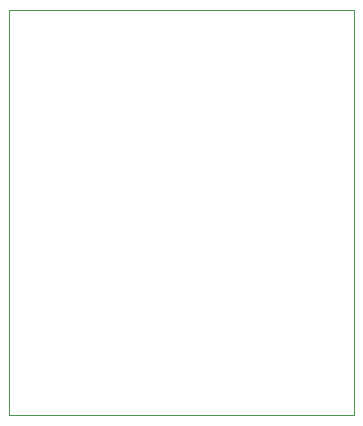
<source format=gbr>
%TF.GenerationSoftware,KiCad,Pcbnew,(6.0.10)*%
%TF.CreationDate,2023-02-16T14:37:26-08:00*%
%TF.ProjectId,lab4 task2,6c616234-2074-4617-936b-322e6b696361,rev?*%
%TF.SameCoordinates,Original*%
%TF.FileFunction,Profile,NP*%
%FSLAX46Y46*%
G04 Gerber Fmt 4.6, Leading zero omitted, Abs format (unit mm)*
G04 Created by KiCad (PCBNEW (6.0.10)) date 2023-02-16 14:37:26*
%MOMM*%
%LPD*%
G01*
G04 APERTURE LIST*
%TA.AperFunction,Profile*%
%ADD10C,0.100000*%
%TD*%
G04 APERTURE END LIST*
D10*
X139700000Y-74930000D02*
X168910000Y-74930000D01*
X168910000Y-74930000D02*
X168910000Y-109220000D01*
X168910000Y-109220000D02*
X139700000Y-109220000D01*
X139700000Y-109220000D02*
X139700000Y-74930000D01*
M02*

</source>
